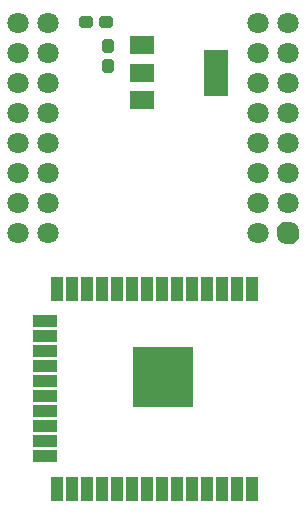
<source format=gbr>
%TF.GenerationSoftware,KiCad,Pcbnew,(6.0.1)*%
%TF.CreationDate,2022-11-17T23:20:32+08:00*%
%TF.ProjectId,ESP32_Adapter,45535033-325f-4416-9461-707465722e6b,rev?*%
%TF.SameCoordinates,Original*%
%TF.FileFunction,Soldermask,Top*%
%TF.FilePolarity,Negative*%
%FSLAX46Y46*%
G04 Gerber Fmt 4.6, Leading zero omitted, Abs format (unit mm)*
G04 Created by KiCad (PCBNEW (6.0.1)) date 2022-11-17 23:20:32*
%MOMM*%
%LPD*%
G01*
G04 APERTURE LIST*
G04 Aperture macros list*
%AMRoundRect*
0 Rectangle with rounded corners*
0 $1 Rounding radius*
0 $2 $3 $4 $5 $6 $7 $8 $9 X,Y pos of 4 corners*
0 Add a 4 corners polygon primitive as box body*
4,1,4,$2,$3,$4,$5,$6,$7,$8,$9,$2,$3,0*
0 Add four circle primitives for the rounded corners*
1,1,$1+$1,$2,$3*
1,1,$1+$1,$4,$5*
1,1,$1+$1,$6,$7*
1,1,$1+$1,$8,$9*
0 Add four rect primitives between the rounded corners*
20,1,$1+$1,$2,$3,$4,$5,0*
20,1,$1+$1,$4,$5,$6,$7,0*
20,1,$1+$1,$6,$7,$8,$9,0*
20,1,$1+$1,$8,$9,$2,$3,0*%
%AMFreePoly0*
4,1,37,0.261526,0.899572,0.415523,0.879298,0.428131,0.875920,0.571634,0.816479,0.582938,0.809953,0.706167,0.715397,0.715397,0.706167,0.809953,0.582938,0.816479,0.571634,0.875920,0.428131,0.879298,0.415523,0.899572,0.261526,0.900000,0.255000,0.900000,-0.510000,0.885355,-0.545355,0.545355,-0.885355,0.510000,-0.900000,-0.255000,-0.900000,-0.261526,-0.899572,-0.415523,-0.879298,
-0.428131,-0.875920,-0.571634,-0.816479,-0.582938,-0.809953,-0.706167,-0.715397,-0.715397,-0.706167,-0.809953,-0.582938,-0.816479,-0.571634,-0.875920,-0.428131,-0.879298,-0.415523,-0.899572,-0.261526,-0.900000,-0.255000,-0.900000,0.510000,-0.885355,0.545355,-0.545355,0.885355,-0.510000,0.900000,0.255000,0.900000,0.261526,0.899572,0.261526,0.899572,$1*%
G04 Aperture macros list end*
%ADD10FreePoly0,180.000000*%
%ADD11C,1.800000*%
%ADD12RoundRect,0.050000X-0.450000X1.000000X-0.450000X-1.000000X0.450000X-1.000000X0.450000X1.000000X0*%
%ADD13RoundRect,0.050000X-1.000000X-0.450000X1.000000X-0.450000X1.000000X0.450000X-1.000000X0.450000X0*%
%ADD14RoundRect,0.050000X-2.500000X2.500000X-2.500000X-2.500000X2.500000X-2.500000X2.500000X2.500000X0*%
%ADD15RoundRect,0.287500X0.237500X-0.300000X0.237500X0.300000X-0.237500X0.300000X-0.237500X-0.300000X0*%
%ADD16RoundRect,0.287500X-0.300000X-0.237500X0.300000X-0.237500X0.300000X0.237500X-0.300000X0.237500X0*%
%ADD17RoundRect,0.050000X-1.000000X-0.750000X1.000000X-0.750000X1.000000X0.750000X-1.000000X0.750000X0*%
%ADD18RoundRect,0.050000X-1.000000X-1.900000X1.000000X-1.900000X1.000000X1.900000X-1.000000X1.900000X0*%
G04 APERTURE END LIST*
D10*
%TO.C,S2m1*%
X115824000Y-90002000D03*
D11*
X115824000Y-87462000D03*
X115824000Y-84922000D03*
X115824000Y-82382000D03*
X115824000Y-79842000D03*
X115824000Y-77302000D03*
X115824000Y-74762000D03*
X115824000Y-72222000D03*
X92964000Y-72222000D03*
X92964000Y-74762000D03*
X92964000Y-77302000D03*
X92964000Y-79842000D03*
X92964000Y-82382000D03*
X92964000Y-84922000D03*
X92964000Y-87462000D03*
X92964000Y-90002000D03*
X113284000Y-90002000D03*
X113284000Y-87462000D03*
X113284000Y-84922000D03*
X113284000Y-82382000D03*
X113284000Y-79842000D03*
X113284000Y-77302000D03*
X113284000Y-74762000D03*
X113284000Y-72222000D03*
X95504000Y-72222000D03*
X95504000Y-74762000D03*
X95504000Y-77302000D03*
X95504000Y-79842000D03*
X95504000Y-82382000D03*
X95504000Y-84922000D03*
X95504000Y-87462000D03*
X95504000Y-90002000D03*
%TD*%
D12*
%TO.C,ESP32*%
X112776000Y-94742000D03*
X111506000Y-94742000D03*
X110236000Y-94742000D03*
X108966000Y-94742000D03*
X107696000Y-94742000D03*
X106426000Y-94742000D03*
X105156000Y-94742000D03*
X103886000Y-94742000D03*
X102616000Y-94742000D03*
X101346000Y-94742000D03*
X100076000Y-94742000D03*
X98806000Y-94742000D03*
X97536000Y-94742000D03*
X96266000Y-94742000D03*
D13*
X95266000Y-97527000D03*
X95266000Y-98797000D03*
X95266000Y-100067000D03*
X95266000Y-101337000D03*
X95266000Y-102607000D03*
X95266000Y-103877000D03*
X95266000Y-105147000D03*
X95266000Y-106417000D03*
X95266000Y-107687000D03*
X95266000Y-108957000D03*
D12*
X96266000Y-111742000D03*
X97536000Y-111742000D03*
X98806000Y-111742000D03*
X100076000Y-111742000D03*
X101346000Y-111742000D03*
X102616000Y-111742000D03*
X103886000Y-111742000D03*
X105156000Y-111742000D03*
X106426000Y-111742000D03*
X107696000Y-111742000D03*
X108966000Y-111742000D03*
X110236000Y-111742000D03*
X111506000Y-111742000D03*
X112776000Y-111742000D03*
D14*
X105276000Y-102242000D03*
%TD*%
D15*
%TO.C,C2*%
X100584000Y-75893000D03*
X100584000Y-74168000D03*
%TD*%
D16*
%TO.C,C1*%
X98705500Y-72136000D03*
X100430500Y-72136000D03*
%TD*%
D17*
%TO.C,AMS1117*%
X103428000Y-74154000D03*
D18*
X109728000Y-76454000D03*
D17*
X103428000Y-76454000D03*
X103428000Y-78754000D03*
%TD*%
M02*

</source>
